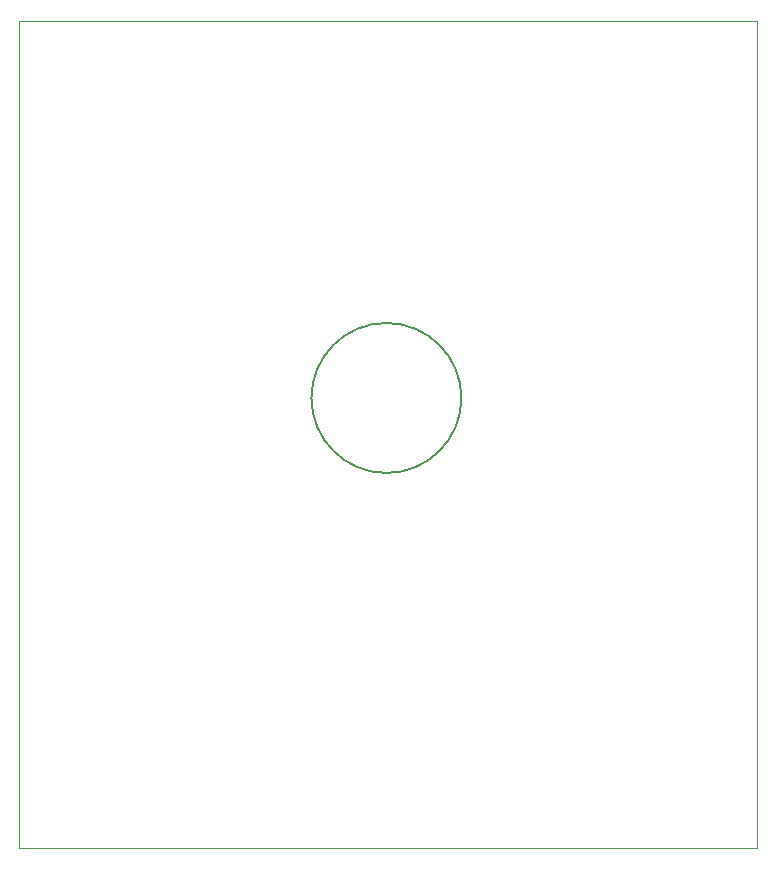
<source format=gbr>
G04 #@! TF.GenerationSoftware,KiCad,Pcbnew,(5.1.6)-1*
G04 #@! TF.CreationDate,2021-07-30T18:51:46-07:00*
G04 #@! TF.ProjectId,Inductor Coils,496e6475-6374-46f7-9220-436f696c732e,rev?*
G04 #@! TF.SameCoordinates,Original*
G04 #@! TF.FileFunction,Profile,NP*
%FSLAX46Y46*%
G04 Gerber Fmt 4.6, Leading zero omitted, Abs format (unit mm)*
G04 Created by KiCad (PCBNEW (5.1.6)-1) date 2021-07-30 18:51:46*
%MOMM*%
%LPD*%
G01*
G04 APERTURE LIST*
G04 #@! TA.AperFunction,Profile*
%ADD10C,0.150000*%
G04 #@! TD*
G04 #@! TA.AperFunction,Profile*
%ADD11C,0.100000*%
G04 #@! TD*
G04 APERTURE END LIST*
D10*
X234950000Y-121920000D02*
G75*
G03*
X234950000Y-121920000I-6350000J0D01*
G01*
D11*
X197500000Y-160000000D02*
X197500000Y-90000000D01*
X260000000Y-160000000D02*
X197500000Y-160000000D01*
X260000000Y-90000000D02*
X260000000Y-160000000D01*
X197500000Y-90000000D02*
X260000000Y-90000000D01*
M02*

</source>
